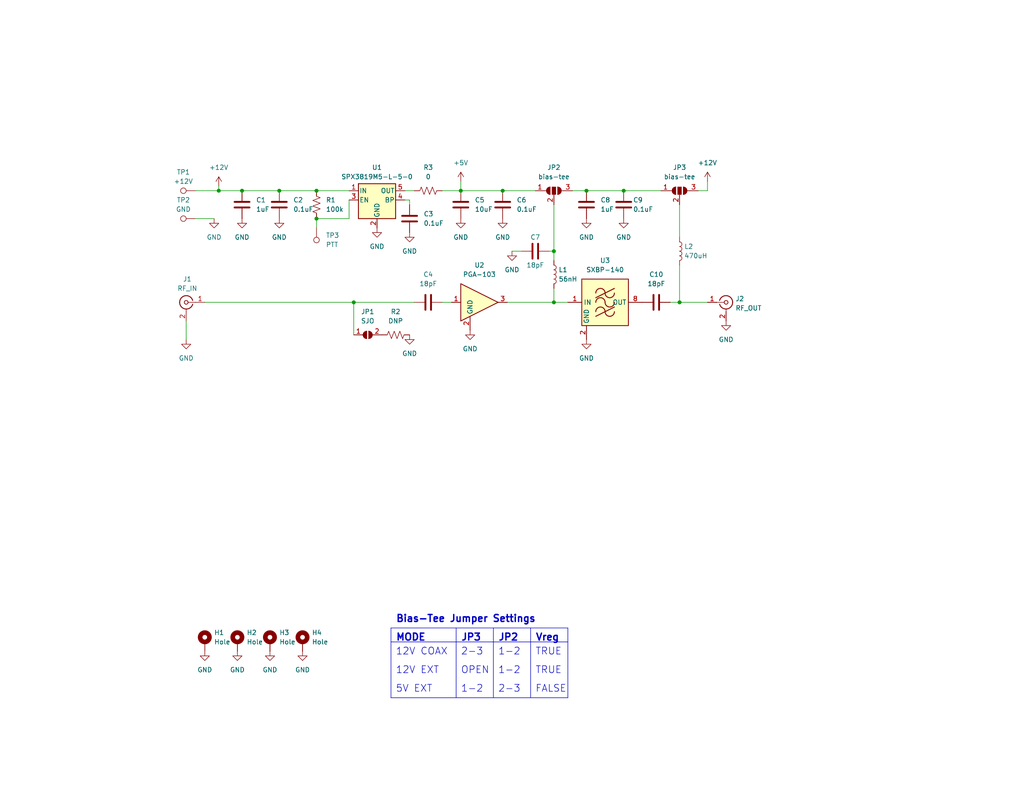
<source format=kicad_sch>
(kicad_sch (version 20230121) (generator eeschema)
  (paper "A")
  (title_block (title "PGA-103+ Preamplifier, Version 2") (date "2023-08-08") (rev "-") (company "VTGS, GSN-DSA") (comment 1 "Preamplifier for VHF/UHF Satellite Rx") (comment 2 "Minicircuits RBP-XXX Variant") (comment 3 "creativecommons.org/licenses/by/4.0/") (comment 4 "License: CC BY 4.0") (comment 5 "Author: Zach Leffke, KJ4QLP"))
  (lib_symbols
    (symbol "Connector:Conn_Coaxial" (pin_names (offset 1.016) hide)
      (property "Reference" "J" (at 0.254 3.048 0))
      (property "Value" "Conn_Coaxial" (at 2.921 0 90))
      (symbol "Conn_Coaxial_0_1"
        (arc (start -1.778 -0.508) (mid 0.2311 -1.8066) (end 1.778 0) (stroke (width 0.254)))
        (polyline (pts (xy -2.54 0) (xy -0.508 0)))
        (polyline (pts (xy 0 -2.54) (xy 0 -1.778)))
        (circle (center 0 0) (radius 0.508) (stroke (width 0.2032)))
        (arc (start 1.778 0) (mid 0.2099 1.8101) (end -1.778 0.508) (stroke (width 0.254)))
      )
      (symbol "Conn_Coaxial_1_1"
        (pin passive line (at -5.08 0 0) (length 2.54) (name "In") (number "1"))
        (pin passive line (at 0 -5.08 90) (length 2.54) (name "Ext") (number "2"))
      )
    )
    (symbol "Connector:TestPoint" (pin_numbers hide) (pin_names (offset 0.762) hide)
      (property "Reference" "TP" (at 0 6.858 0))
      (property "Value" "TestPoint" (at 0 5.08 0))
      (symbol "TestPoint_0_1"
        (circle (center 0 3.302) (radius 0.762))
      )
      (symbol "TestPoint_1_1"
        (pin passive line (at 0 0 90) (length 2.54) (name "1") (number "1"))
      )
    )
    (symbol "Device:C" (pin_numbers hide) (pin_names (offset 0.254))
      (property "Reference" "C" (at 0.635 2.54 0))
      (property "Value" "C" (at 0.635 -2.54 0))
      (symbol "C_0_1"
        (polyline (pts (xy -2.032 -0.762) (xy 2.032 -0.762)) (stroke (width 0.508)))
        (polyline (pts (xy -2.032 0.762) (xy 2.032 0.762)) (stroke (width 0.508)))
      )
      (symbol "C_1_1"
        (pin passive line (at 0 3.81 270) (length 2.794) (name "~") (number "1"))
        (pin passive line (at 0 -3.81 90) (length 2.794) (name "~") (number "2"))
      )
    )
    (symbol "Device:L" (pin_numbers hide) (pin_names (offset 1.016) hide)
      (property "Reference" "L" (at -1.27 0 90))
      (property "Value" "L" (at 1.905 0 90))
      (symbol "L_0_1"
        (arc (start 0 -2.54) (mid 0.6323 -1.905) (end 0 -1.27))
        (arc (start 0 -1.27) (mid 0.6323 -0.635) (end 0 0))
        (arc (start 0 0) (mid 0.6323 0.635) (end 0 1.27))
        (arc (start 0 1.27) (mid 0.6323 1.905) (end 0 2.54))
      )
      (symbol "L_1_1"
        (pin passive line (at 0 3.81 270) (length 1.27) (name "1") (number "1"))
        (pin passive line (at 0 -3.81 90) (length 1.27) (name "2") (number "2"))
      )
    )
    (symbol "Device:R_US" (pin_numbers hide) (pin_names (offset 0))
      (property "Reference" "R" (at 2.54 0 90))
      (property "Value" "R_US" (at -2.54 0 90))
      (symbol "R_US_0_1"
        (polyline (pts (xy 0 -2.286) (xy 0 -2.54)))
        (polyline (pts (xy 0 2.286) (xy 0 2.54)))
        (polyline (pts (xy 0 -0.762) (xy 1.016 -1.143) (xy 0 -1.524) (xy -1.016 -1.905) (xy 0 -2.286)))
        (polyline (pts (xy 0 0.762) (xy 1.016 0.381) (xy 0 0) (xy -1.016 -0.381) (xy 0 -0.762)))
        (polyline (pts (xy 0 2.286) (xy 1.016 1.905) (xy 0 1.524) (xy -1.016 1.143) (xy 0 0.762)))
      )
      (symbol "R_US_1_1"
        (pin passive line (at 0 3.81 270) (length 1.27) (name "~") (number "1"))
        (pin passive line (at 0 -3.81 90) (length 1.27) (name "~") (number "2"))
      )
    )
    (symbol "Jumper:SolderJumper_2_Open" (pin_names (offset 0) hide)
      (property "Reference" "JP" (at 0 2.032 0))
      (property "Value" "SolderJumper_2_Open" (at 0 -2.54 0))
      (symbol "SolderJumper_2_Open_0_1"
        (arc (start -0.254 1.016) (mid -1.2656 0) (end -0.254 -1.016))
        (arc (start -0.254 1.016) (mid -1.2656 0) (end -0.254 -1.016) (fill (type outline)))
        (polyline (pts (xy -0.254 1.016) (xy -0.254 -1.016)))
        (polyline (pts (xy 0.254 1.016) (xy 0.254 -1.016)))
        (arc (start 0.254 -1.016) (mid 1.2656 0) (end 0.254 1.016))
        (arc (start 0.254 -1.016) (mid 1.2656 0) (end 0.254 1.016) (fill (type outline)))
      )
      (symbol "SolderJumper_2_Open_1_1"
        (pin passive line (at -3.81 0 0) (length 2.54) (name "A") (number "1"))
        (pin passive line (at 3.81 0 180) (length 2.54) (name "B") (number "2"))
      )
    )
    (symbol "Jumper:SolderJumper_3_Open" (pin_names (offset 0) hide)
      (property "Reference" "JP" (at -2.54 -2.54 0))
      (property "Value" "SolderJumper_3_Open" (at 0 2.794 0))
      (symbol "SolderJumper_3_Open_0_1"
        (arc (start -1.016 1.016) (mid -2.0276 0) (end -1.016 -1.016))
        (arc (start -1.016 1.016) (mid -2.0276 0) (end -1.016 -1.016) (fill (type outline)))
        (rectangle (start -0.508 1.016) (end 0.508 -1.016) (fill (type outline)))
        (polyline (pts (xy -2.54 0) (xy -2.032 0)))
        (polyline (pts (xy -1.016 1.016) (xy -1.016 -1.016)))
        (polyline (pts (xy 0 -1.27) (xy 0 -1.016)))
        (polyline (pts (xy 1.016 1.016) (xy 1.016 -1.016)))
        (polyline (pts (xy 2.54 0) (xy 2.032 0)))
        (arc (start 1.016 -1.016) (mid 2.0276 0) (end 1.016 1.016))
        (arc (start 1.016 -1.016) (mid 2.0276 0) (end 1.016 1.016) (fill (type outline)))
      )
      (symbol "SolderJumper_3_Open_1_1"
        (pin passive line (at -5.08 0 0) (length 2.54) (name "A") (number "1"))
        (pin passive line (at 0 -3.81 90) (length 2.54) (name "C") (number "2"))
        (pin passive line (at 5.08 0 180) (length 2.54) (name "B") (number "3"))
      )
    )
    (symbol "Mechanical:MountingHole_Pad" (pin_numbers hide) (pin_names (offset 1.016) hide)
      (property "Reference" "H" (at 0 6.35 0))
      (property "Value" "MountingHole_Pad" (at 0 4.445 0))
      (symbol "MountingHole_Pad_0_1"
        (circle (center 0 1.27) (radius 1.27) (stroke (width 1.27)))
      )
      (symbol "MountingHole_Pad_1_1"
        (pin input line (at 0 -2.54 90) (length 2.54) (name "1") (number "1"))
      )
    )
    (symbol "RF_Amplifier:PGA-103"
      (property "Reference" "U" (at -1.27 7.62 0))
      (property "Value" "PGA-103" (at 2.54 5.08 0))
      (symbol "PGA-103_0_1"
        (polyline (pts (xy 5.08 0) (xy -5.08 5.08) (xy -5.08 -5.08) (xy 5.08 0)) (stroke (width 0.254)) (fill (type background)))
      )
      (symbol "PGA-103_1_1"
        (pin input line (at -7.62 0 0) (length 2.54) (name "~") (number "1"))
        (pin power_in line (at -2.54 -7.62 90) (length 3.81) (name "GND") (number "2"))
        (pin output line (at 7.62 0 180) (length 2.54) (name "~") (number "3"))
      )
    )
    (symbol "RF_Filter:SXBP-140"
      (property "Reference" "U" (at -6.35 7.62 0))
      (property "Value" "SXBP-140" (at 6.35 7.62 0))
      (symbol "SXBP-140_0_1"
        (rectangle (start -6.35 6.35) (end 6.35 -6.35) (stroke (width 0.254)) (fill (type background)))
        (arc (start 0 -2.54) (mid -1.27 -1.2755) (end -2.54 -2.54) (stroke (width 0.254)))
        (arc (start 0 -2.54) (mid 1.27 -3.8045) (end 2.54 -2.54) (stroke (width 0.254)))
        (arc (start 0 0) (mid -1.27 1.2645) (end -2.54 0) (stroke (width 0.254)))
        (polyline (pts (xy -2.54 -3.81) (xy 2.54 -1.27)) (stroke (width 0.254)))
        (polyline (pts (xy -2.54 1.27) (xy 2.54 3.81)) (stroke (width 0.254)))
        (arc (start 0 0) (mid 1.27 -1.2645) (end 2.54 0) (stroke (width 0.254)))
        (arc (start 0 2.54) (mid -1.27 3.8045) (end -2.54 2.54) (stroke (width 0.254)))
        (arc (start 0 2.54) (mid 1.27 1.2755) (end 2.54 2.54) (stroke (width 0.254)))
      )
      (symbol "SXBP-140_1_1"
        (pin input line (at -10.16 0 0) (length 3.81) (name "IN") (number "1"))
        (pin power_in line (at -5.08 -10.16 90) (length 3.81) (name "GND") (number "2"))
        (pin passive line (at -5.08 -10.16 90) (length 3.81) hide (name "GND") (number "3"))
        (pin passive line (at -5.08 -10.16 90) (length 3.81) hide (name "GND") (number "4"))
        (pin passive line (at -5.08 -10.16 90) (length 3.81) hide (name "GND") (number "5"))
        (pin passive line (at -5.08 -10.16 90) (length 3.81) hide (name "GND") (number "6"))
        (pin passive line (at -5.08 -10.16 90) (length 3.81) hide (name "GND") (number "7"))
        (pin output line (at 10.16 0 180) (length 3.81) (name "OUT") (number "8"))
      )
    )
    (symbol "Regulator_Linear:SPX3819M5-L-5-0" (pin_names (offset 0.254))
      (property "Reference" "U" (at -3.81 5.715 0))
      (property "Value" "SPX3819M5-L-5-0" (at 0 5.715 0))
      (symbol "SPX3819M5-L-5-0_0_1"
        (rectangle (start -5.08 4.445) (end 5.08 -5.08) (stroke (width 0.254)) (fill (type background)))
      )
      (symbol "SPX3819M5-L-5-0_1_1"
        (pin power_in line (at -7.62 2.54 0) (length 2.54) (name "IN") (number "1"))
        (pin power_in line (at 0 -7.62 90) (length 2.54) (name "GND") (number "2"))
        (pin input line (at -7.62 0 0) (length 2.54) (name "EN") (number "3"))
        (pin input line (at 7.62 0 180) (length 2.54) (name "BP") (number "4"))
        (pin power_out line (at 7.62 2.54 180) (length 2.54) (name "OUT") (number "5"))
      )
    )
    (symbol "power:+12V" (power) (pin_names (offset 0))
      (property "Value" "+12V" (at 0 3.556 0))
      (symbol "+12V_0_1"
        (polyline (pts (xy -0.762 1.27) (xy 0 2.54)))
        (polyline (pts (xy 0 0) (xy 0 2.54)))
        (polyline (pts (xy 0 2.54) (xy 0.762 1.27)))
      )
      (symbol "+12V_1_1"
        (pin power_in line (at 0 0 90) (length 0) hide (name "+12V") (number "1"))
      )
    )
    (symbol "power:+5V" (power) (pin_names (offset 0))
      (property "Value" "+5V" (at 0 3.556 0))
      (symbol "+5V_0_1"
        (polyline (pts (xy -0.762 1.27) (xy 0 2.54)))
        (polyline (pts (xy 0 0) (xy 0 2.54)))
        (polyline (pts (xy 0 2.54) (xy 0.762 1.27)))
      )
      (symbol "+5V_1_1"
        (pin power_in line (at 0 0 90) (length 0) hide (name "+5V") (number "1"))
      )
    )
    (symbol "power:GND" (power) (pin_names (offset 0))
      (property "Value" "GND" (at 0 -3.81 0))
      (symbol "GND_0_1"
        (polyline (pts (xy 0 0) (xy 0 -1.27) (xy 1.27 -1.27) (xy 0 -2.54) (xy -1.27 -1.27) (xy 0 -1.27)))
      )
      (symbol "GND_1_1"
        (pin power_in line (at 0 0 270) (length 0) hide (name "GND") (number "1"))
      )
    )
  )
  (junction (at 137.16 52.07))
  (junction (at 151.13 68.58))
  (junction (at 76.2 52.07))
  (junction (at 86.36 52.07))
  (junction (at 59.69 52.07))
  (junction (at 86.36 59.69))
  (junction (at 185.42 82.55))
  (junction (at 96.52 82.55))
  (junction (at 160.02 52.07))
  (junction (at 66.04 52.07))
  (junction (at 125.73 52.07))
  (junction (at 170.18 52.07))
  (junction (at 151.13 82.55))
  (wire (pts (xy 193.04 52.07) (xy 193.04 49.53)))
  (wire (pts (xy 59.69 50.8) (xy 59.69 52.07)))
  (wire (pts (xy 170.18 52.07) (xy 180.34 52.07)))
  (wire (pts (xy 151.13 78.74) (xy 151.13 82.55)))
  (wire (pts (xy 185.42 72.39) (xy 185.42 82.55)))
  (wire (pts (xy 125.73 52.07) (xy 137.16 52.07)))
  (wire (pts (xy 53.34 52.07) (xy 59.69 52.07)))
  (wire (pts (xy 160.02 52.07) (xy 170.18 52.07)))
  (wire (pts (xy 120.65 82.55) (xy 123.19 82.55)))
  (wire (pts (xy 151.13 68.58) (xy 151.13 71.12)))
  (wire (pts (xy 137.16 52.07) (xy 146.05 52.07)))
  (wire (pts (xy 96.52 82.55) (xy 113.03 82.55)))
  (wire (pts (xy 66.04 52.07) (xy 76.2 52.07)))
  (wire (pts (xy 76.2 52.07) (xy 86.36 52.07)))
  (wire (pts (xy 95.25 59.69) (xy 95.25 54.61)))
  (wire (pts (xy 185.42 82.55) (xy 193.04 82.55)))
  (polyline (pts (xy 144.78 171.45) (xy 144.78 190.5)))
  (polyline (pts (xy 106.68 175.26) (xy 154.94 175.26)))
  (polyline (pts (xy 106.68 171.45) (xy 154.94 171.45)))
  (wire (pts (xy 151.13 55.88) (xy 151.13 68.58)))
  (wire (pts (xy 86.36 52.07) (xy 95.25 52.07)))
  (wire (pts (xy 53.34 59.69) (xy 58.42 59.69)))
  (wire (pts (xy 149.86 68.58) (xy 151.13 68.58)))
  (wire (pts (xy 86.36 59.69) (xy 86.36 62.23)))
  (wire (pts (xy 110.49 52.07) (xy 113.03 52.07)))
  (wire (pts (xy 96.52 82.55) (xy 96.52 91.44)))
  (polyline (pts (xy 154.94 171.45) (xy 154.94 190.5)))
  (polyline (pts (xy 106.68 171.45) (xy 106.68 190.5)))
  (wire (pts (xy 185.42 55.88) (xy 185.42 64.77)))
  (wire (pts (xy 59.69 52.07) (xy 66.04 52.07)))
  (polyline (pts (xy 134.62 171.45) (xy 134.62 190.5)))
  (wire (pts (xy 190.5 52.07) (xy 193.04 52.07)))
  (polyline (pts (xy 124.46 171.45) (xy 124.46 190.5)))
  (wire (pts (xy 182.88 82.55) (xy 185.42 82.55)))
  (polyline (pts (xy 154.94 190.5) (xy 106.68 190.5)))
  (wire (pts (xy 138.43 82.55) (xy 151.13 82.55)))
  (wire (pts (xy 156.21 52.07) (xy 160.02 52.07)))
  (wire (pts (xy 151.13 82.55) (xy 154.94 82.55)))
  (wire (pts (xy 55.88 82.55) (xy 96.52 82.55)))
  (wire (pts (xy 139.7 68.58) (xy 142.24 68.58)))
  (wire (pts (xy 111.76 54.61) (xy 111.76 55.88)))
  (wire (pts (xy 120.65 52.07) (xy 125.73 52.07)))
  (wire (pts (xy 86.36 59.69) (xy 95.25 59.69)))
  (wire (pts (xy 110.49 54.61) (xy 111.76 54.61)))
  (wire (pts (xy 50.8 87.63) (xy 50.8 92.71)))
  (wire (pts (xy 125.73 49.53) (xy 125.73 52.07)))
  (text "2-3" (at 135.89 189.23 0) (effects (font (size 1.905 1.905)) (justify left bottom)))
  (text "TRUE" (at 146.05 179.07 0) (effects (font (size 1.905 1.905)) (justify left bottom)))
  (text "2-3" (at 125.73 179.07 0) (effects (font (size 1.905 1.905)) (justify left bottom)))
  (text "OPEN" (at 125.73 184.15 0) (effects (font (size 1.905 1.905)) (justify left bottom)))
  (text "Bias-Tee Jumper Settings" (at 107.95 170.18 0) (effects (font (size 1.905 1.905) (thickness 0.381) bold) (justify left bottom)))
  (text "JP2" (at 135.89 175.26 0) (effects (font (size 1.905 1.905) (thickness 0.381) bold) (justify left bottom)))
  (text "JP3" (at 125.73 175.26 0) (effects (font (size 1.905 1.905) (thickness 0.381) bold) (justify left bottom)))
  (text "12V COAX" (at 107.95 179.07 0) (effects (font (size 1.905 1.905)) (justify left bottom)))
  (text "1-2" (at 135.89 184.15 0) (effects (font (size 1.905 1.905)) (justify left bottom)))
  (text "Vreg" (at 146.05 175.26 0) (effects (font (size 1.905 1.905) (thickness 0.381) bold) (justify left bottom)))
  (text "1-2" (at 135.89 179.07 0) (effects (font (size 1.905 1.905)) (justify left bottom)))
  (text "TRUE" (at 146.05 184.15 0) (effects (font (size 1.905 1.905)) (justify left bottom)))
  (text "MODE" (at 107.95 175.26 0) (effects (font (size 1.905 1.905) (thickness 0.381) bold) (justify left bottom)))
  (text "1-2" (at 125.73 189.23 0) (effects (font (size 1.905 1.905)) (justify left bottom)))
  (text "5V EXT" (at 107.95 189.23 0) (effects (font (size 1.905 1.905)) (justify left bottom)))
  (text "12V EXT" (at 107.95 184.15 0) (effects (font (size 1.905 1.905)) (justify left bottom)))
  (text "FALSE" (at 146.05 189.23 0) (effects (font (size 1.905 1.905)) (justify left bottom)))
  (symbol (lib_id "power:GND") (at 128.27 90.17 0) (unit 1)
    (property "Reference" "#PWR015" (effects hide))
    (property "Value" "GND" (at 128.27 95.25 0))
  )
  (symbol (lib_id "Device:C") (at 137.16 55.88 180) (unit 1)
    (property "Reference" "C6" (at 140.97 54.61 0) (effects (justify right)))
    (property "Value" "0.1uF" (at 140.97 57.15 0) (effects (justify right)))
    (property "Footprint" "digikey-footprints:0805" (effects hide))
  )
  (symbol (lib_id "power:GND") (at 66.04 59.69 0) (unit 1)
    (property "Reference" "#PWR06" (effects hide))
    (property "Value" "GND" (at 66.04 64.77 0))
  )
  (symbol (lib_id "power:GND") (at 55.88 177.8 0) (unit 1)
    (property "Reference" "#PWR02" (effects hide))
    (property "Value" "GND" (at 55.88 182.88 0))
  )
  (symbol (lib_id "power:GND") (at 137.16 59.69 0) (unit 1)
    (property "Reference" "#PWR016" (effects hide))
    (property "Value" "GND" (at 137.16 64.77 0))
  )
  (symbol (lib_id "power:GND") (at 64.77 177.8 0) (unit 1)
    (property "Reference" "#PWR05" (effects hide))
    (property "Value" "GND" (at 64.77 182.88 0))
  )
  (symbol (lib_id "power:GND") (at 139.7 68.58 0) (unit 1)
    (property "Reference" "#PWR017" (effects hide))
    (property "Value" "GND" (at 139.7 73.66 0))
  )
  (symbol (lib_id "Device:R_US") (at 86.36 55.88 0) (unit 1)
    (property "Reference" "R1" (at 88.9 54.61 0) (effects (justify left)))
    (property "Value" "100k" (at 88.9 57.15 0) (effects (justify left)))
    (property "Footprint" "digikey-footprints:0805" (effects hide))
  )
  (symbol (lib_id "Connector:TestPoint") (at 53.34 59.69 90) (unit 1)
    (property "Reference" "TP2" (at 50.038 54.61 90))
    (property "Value" "GND" (at 50.038 57.15 90))
    (property "Footprint" "TestPoint:TestPoint_Pad_2.0x2.0mm" (effects hide))
  )
  (symbol (lib_id "Device:C") (at 66.04 55.88 180) (unit 1)
    (property "Reference" "C1" (at 69.85 54.61 0) (effects (justify right)))
    (property "Value" "1uF" (at 69.85 57.15 0) (effects (justify right)))
    (property "Footprint" "digikey-footprints:0805" (effects hide))
  )
  (symbol (lib_id "Connector:TestPoint") (at 53.34 52.07 90) (unit 1)
    (property "Reference" "TP1" (at 50.038 46.99 90))
    (property "Value" "+12V" (at 50.038 49.53 90))
    (property "Footprint" "TestPoint:TestPoint_Pad_2.0x2.0mm" (effects hide))
  )
  (symbol (lib_id "Device:L") (at 151.13 74.93 0) (unit 1)
    (property "Reference" "L1" (at 152.4 73.66 0) (effects (justify left)))
    (property "Value" "56nH" (at 152.4 76.2 0) (effects (justify left)))
    (property "Footprint" "digikey-footprints:0805" (effects hide))
  )
  (symbol (lib_id "power:GND") (at 125.73 59.69 0) (unit 1)
    (property "Reference" "#PWR014" (effects hide))
    (property "Value" "GND" (at 125.73 64.77 0))
  )
  (symbol (lib_id "power:GND") (at 76.2 59.69 0) (unit 1)
    (property "Reference" "#PWR08" (effects hide))
    (property "Value" "GND" (at 76.2 64.77 0))
  )
  (symbol (lib_id "power:GND") (at 73.66 177.8 0) (unit 1)
    (property "Reference" "#PWR07" (effects hide))
    (property "Value" "GND" (at 73.66 182.88 0))
  )
  (symbol (lib_id "Mechanical:MountingHole_Pad") (at 82.55 175.26 0) (unit 1)
    (property "Reference" "H4" (at 85.09 172.72 0) (effects (justify left)))
    (property "Value" "Hole" (at 85.09 175.26 0) (effects (justify left)))
    (property "Footprint" "MountingHole:MountingHole_2.5mm_Pad_Via" (effects hide))
  )
  (symbol (lib_id "Connector:Conn_Coaxial") (at 50.8 82.55 0) (mirror y) (unit 1)
    (property "Reference" "J1" (at 51.1174 76.2 0))
    (property "Value" "RF_IN" (at 51.1174 78.74 0))
    (property "Footprint" "Connector_Coaxial:SMA_Samtec_SMA-J-P-X-ST-EM1_EdgeMount" (effects hide))
    (property "Datasheet" " ~" (effects hide))
  )
  (symbol (lib_id "power:+5V") (at 125.73 49.53 0) (unit 1)
    (property "Reference" "#PWR013" (effects hide))
    (property "Value" "+5V" (at 125.73 44.45 0))
  )
  (symbol (lib_id "power:GND") (at 198.12 87.63 0) (unit 1)
    (property "Reference" "#PWR022" (effects hide))
    (property "Value" "GND" (at 198.12 92.71 0))
  )
  (symbol (lib_id "Device:L") (at 185.42 68.58 0) (unit 1)
    (property "Reference" "L2" (at 186.69 67.31 0) (effects (justify left)))
    (property "Value" "470uH" (at 186.69 69.85 0) (effects (justify left)))
    (property "Footprint" "digikey-footprints:0805" (effects hide))
  )
  (symbol (lib_id "power:GND") (at 160.02 92.71 0) (unit 1)
    (property "Reference" "#PWR019" (effects hide))
    (property "Value" "GND" (at 160.02 97.79 0))
  )
  (symbol (lib_id "Regulator_Linear:SPX3819M5-L-5-0") (at 102.87 54.61 0) (unit 1)
    (property "Reference" "U1" (at 102.87 45.72 0))
    (property "Value" "SPX3819M5-L-5-0" (at 102.87 48.26 0))
    (property "Footprint" "Package_TO_SOT_SMD:SOT-23-5" (effects hide))
    (property "Datasheet" "https://www.exar.com/content/document.ashx?id=22106&languageid=1033&type=Datasheet&partnumber=SPX3819&filename=SPX3819.pdf&part=SPX3819" (effects hide))
  )
  (symbol (lib_id "Device:C") (at 160.02 55.88 180) (unit 1)
    (property "Reference" "C8" (at 163.83 54.61 0) (effects (justify right)))
    (property "Value" "1uF" (at 163.83 57.15 0) (effects (justify right)))
    (property "Footprint" "digikey-footprints:0805" (effects hide))
  )
  (symbol (lib_id "power:GND") (at 58.42 59.69 0) (unit 1)
    (property "Reference" "#PWR03" (effects hide))
    (property "Value" "GND" (at 58.42 64.77 0))
  )
  (symbol (lib_id "power:GND") (at 111.76 63.5 0) (unit 1)
    (property "Reference" "#PWR011" (effects hide))
    (property "Value" "GND" (at 111.76 68.58 0))
  )
  (symbol (lib_id "Mechanical:MountingHole_Pad") (at 73.66 175.26 0) (unit 1)
    (property "Reference" "H3" (at 76.2 172.72 0) (effects (justify left)))
    (property "Value" "Hole" (at 76.2 175.26 0) (effects (justify left)))
    (property "Footprint" "MountingHole:MountingHole_2.5mm_Pad_Via" (effects hide))
  )
  (symbol (lib_id "Device:R_US") (at 107.95 91.44 90) (unit 1)
    (property "Reference" "R2" (at 107.95 85.09 90))
    (property "Value" "DNP" (at 107.95 87.63 90))
    (property "Footprint" "digikey-footprints:0805" (effects hide))
  )
  (symbol (lib_id "Device:C") (at 179.07 82.55 90) (unit 1)
    (property "Reference" "C10" (at 179.07 74.93 90))
    (property "Value" "18pF" (at 179.07 77.47 90))
    (property "Footprint" "digikey-footprints:0805" (effects hide))
  )
  (symbol (lib_id "Device:C") (at 111.76 59.69 180) (unit 1)
    (property "Reference" "C3" (at 115.57 58.42 0) (effects (justify right)))
    (property "Value" "0.1uF" (at 115.57 60.96 0) (effects (justify right)))
    (property "Footprint" "digikey-footprints:0805" (effects hide))
  )
  (symbol (lib_id "Connector:Conn_Coaxial") (at 198.12 82.55 0) (unit 1)
    (property "Reference" "J2" (at 200.66 81.5732 0) (effects (justify left)))
    (property "Value" "RF_OUT" (at 200.66 84.1132 0) (effects (justify left)))
    (property "Footprint" "Connector_Coaxial:SMA_Samtec_SMA-J-P-X-ST-EM1_EdgeMount" (effects hide))
    (property "Datasheet" " ~" (effects hide))
  )
  (symbol (lib_id "Device:C") (at 170.18 55.88 180) (unit 1)
    (property "Reference" "C9" (at 172.72 54.61 0) (effects (justify right)))
    (property "Value" "0.1uF" (at 172.72 57.15 0) (effects (justify right)))
    (property "Footprint" "digikey-footprints:0805" (effects hide))
  )
  (symbol (lib_id "Device:C") (at 76.2 55.88 180) (unit 1)
    (property "Reference" "C2" (at 80.01 54.61 0) (effects (justify right)))
    (property "Value" "0.1uF" (at 80.01 57.15 0) (effects (justify right)))
    (property "Footprint" "digikey-footprints:0805" (effects hide))
  )
  (symbol (lib_id "Jumper:SolderJumper_3_Open") (at 151.13 52.07 0) (unit 1)
    (property "Reference" "JP2" (at 151.13 45.72 0))
    (property "Value" "bias-tee" (at 151.13 48.26 0))
    (property "Footprint" "Jumper:SolderJumper-3_P1.3mm_Open_RoundedPad1.0x1.5mm_NumberLabels" (effects hide))
  )
  (symbol (lib_id "Jumper:SolderJumper_2_Open") (at 100.33 91.44 0) (unit 1)
    (property "Reference" "JP1" (at 100.33 85.09 0))
    (property "Value" "SJO" (at 100.33 87.63 0))
    (property "Footprint" "Jumper:SolderJumper-2_P1.3mm_Open_RoundedPad1.0x1.5mm" (effects hide))
  )
  (symbol (lib_id "Device:C") (at 146.05 68.58 90) (unit 1)
    (property "Reference" "C7" (at 146.05 64.77 90))
    (property "Value" "18pF" (at 146.05 72.39 90))
    (property "Footprint" "digikey-footprints:0805" (effects hide))
  )
  (symbol (lib_id "Device:C") (at 125.73 55.88 180) (unit 1)
    (property "Reference" "C5" (at 129.54 54.61 0) (effects (justify right)))
    (property "Value" "10uF" (at 129.54 57.15 0) (effects (justify right)))
    (property "Footprint" "digikey-footprints:0805" (effects hide))
  )
  (symbol (lib_id "power:GND") (at 160.02 59.69 0) (unit 1)
    (property "Reference" "#PWR018" (effects hide))
    (property "Value" "GND" (at 160.02 64.77 0))
  )
  (symbol (lib_id "Jumper:SolderJumper_3_Open") (at 185.42 52.07 0) (unit 1)
    (property "Reference" "JP3" (at 185.42 45.72 0))
    (property "Value" "bias-tee" (at 185.42 48.26 0))
    (property "Footprint" "Jumper:SolderJumper-3_P1.3mm_Open_RoundedPad1.0x1.5mm_NumberLabels" (effects hide))
  )
  (symbol (lib_id "RF_Amplifier:PGA-103") (at 130.81 82.55 0) (unit 1)
    (property "Reference" "U2" (at 130.81 72.39 0))
    (property "Value" "PGA-103" (at 130.81 74.93 0))
    (property "Footprint" "Package_TO_SOT_SMD:SOT-89-3" (effects hide))
    (property "Datasheet" "https://www.minicircuits.com/pdfs/PGA-103+.pdf" (effects hide))
  )
  (symbol (lib_id "Mechanical:MountingHole_Pad") (at 55.88 175.26 0) (unit 1)
    (property "Reference" "H1" (at 58.42 172.72 0) (effects (justify left)))
    (property "Value" "Hole" (at 58.42 175.26 0) (effects (justify left)))
    (property "Footprint" "MountingHole:MountingHole_2.5mm_Pad_Via" (effects hide))
  )
  (symbol (lib_id "Device:C") (at 116.84 82.55 90) (unit 1)
    (property "Reference" "C4" (at 116.84 74.93 90))
    (property "Value" "18pF" (at 116.84 77.47 90))
    (property "Footprint" "digikey-footprints:0805" (effects hide))
  )
  (symbol (lib_id "power:GND") (at 111.76 91.44 0) (unit 1)
    (property "Reference" "#PWR012" (effects hide))
    (property "Value" "GND" (at 111.76 96.52 0))
  )
  (symbol (lib_id "power:GND") (at 102.87 62.23 0) (unit 1)
    (property "Reference" "#PWR010" (effects hide))
    (property "Value" "GND" (at 102.87 67.31 0))
  )
  (symbol (lib_id "power:GND") (at 82.55 177.8 0) (unit 1)
    (property "Reference" "#PWR09" (effects hide))
    (property "Value" "GND" (at 82.55 182.88 0))
  )
  (symbol (lib_id "Connector:TestPoint") (at 86.36 62.23 180) (unit 1)
    (property "Reference" "TP3" (at 88.9 64.262 0) (effects (justify right)))
    (property "Value" "PTT" (at 88.9 66.802 0) (effects (justify right)))
    (property "Footprint" "TestPoint:TestPoint_Pad_2.0x2.0mm" (effects hide))
  )
  (symbol (lib_id "power:+12V") (at 193.04 49.53 0) (unit 1)
    (property "Reference" "#PWR021" (effects hide))
    (property "Value" "+12V" (at 193.04 44.45 0))
  )
  (symbol (lib_id "Mechanical:MountingHole_Pad") (at 64.77 175.26 0) (unit 1)
    (property "Reference" "H2" (at 67.31 172.72 0) (effects (justify left)))
    (property "Value" "Hole" (at 67.31 175.26 0) (effects (justify left)))
    (property "Footprint" "MountingHole:MountingHole_2.5mm_Pad_Via" (effects hide))
  )
  (symbol (lib_id "power:GND") (at 170.18 59.69 0) (unit 1)
    (property "Reference" "#PWR020" (effects hide))
    (property "Value" "GND" (at 170.18 64.77 0))
  )
  (symbol (lib_id "Device:R_US") (at 116.84 52.07 90) (unit 1)
    (property "Reference" "R3" (at 116.84 45.72 90))
    (property "Value" "0" (at 116.84 48.26 90))
    (property "Footprint" "digikey-footprints:0805" (effects hide))
  )
  (symbol (lib_id "power:GND") (at 50.8 92.71 0) (unit 1)
    (property "Reference" "#PWR01" (effects hide))
    (property "Value" "GND" (at 50.8 97.79 0))
  )
  (symbol (lib_id "RF_Filter:SXBP-140") (at 165.1 82.55 0) (unit 1)
    (property "Reference" "U3" (at 165.1 71.12 0))
    (property "Value" "SXBP-140" (at 165.1 73.66 0))
    (property "Footprint" "RF_Mini-Circuits:Mini-Circuits_HF1139_LandPatternPL-230" (effects hide))
    (property "Datasheet" "https://www.minicircuits.com/pdfs/SXBP-140+.pdf" (effects hide))
  )
  (symbol (lib_id "power:+12V") (at 59.69 50.8 0) (unit 1)
    (property "Reference" "#PWR04" (effects hide))
    (property "Value" "+12V" (at 59.69 45.72 0))
  )
)
</source>
